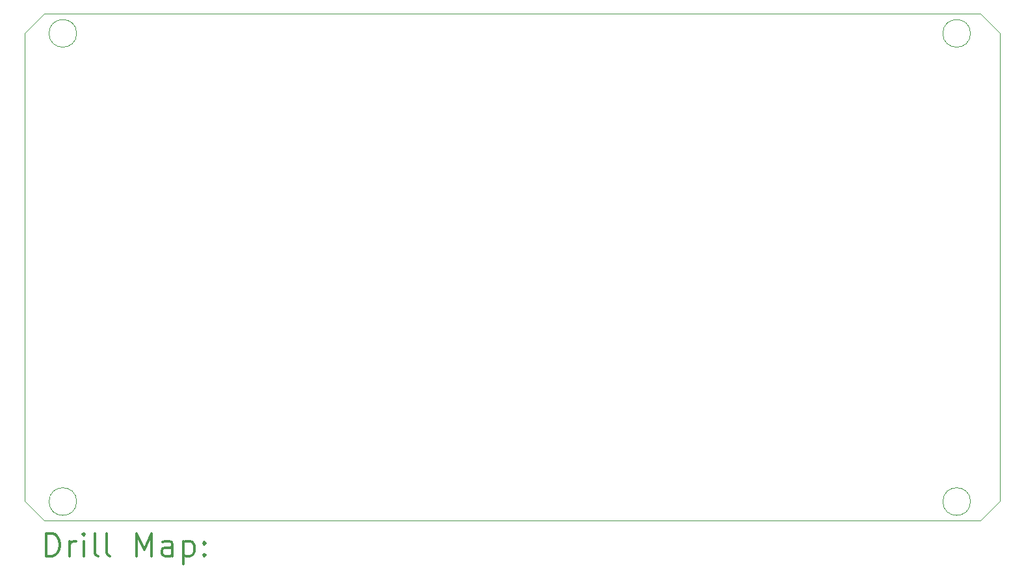
<source format=gbr>
%FSLAX45Y45*%
G04 Gerber Fmt 4.5, Leading zero omitted, Abs format (unit mm)*
G04 Created by KiCad (PCBNEW 5.1.5+dfsg1-2build2) date 2021-12-17 12:35:42*
%MOMM*%
%LPD*%
G04 APERTURE LIST*
%TA.AperFunction,Profile*%
%ADD10C,0.050000*%
%TD*%
%ADD11C,0.200000*%
%ADD12C,0.300000*%
G04 APERTURE END LIST*
D10*
X20828000Y-5842000D02*
X20574000Y-5842000D01*
X21082000Y-6096000D02*
X20828000Y-5842000D01*
X21082000Y-12192000D02*
X21082000Y-6096000D01*
X20828000Y-12446000D02*
X21082000Y-12192000D01*
X20574000Y-12446000D02*
X20828000Y-12446000D01*
X8636000Y-5842000D02*
X9525000Y-5842000D01*
X8382000Y-6096000D02*
X8636000Y-5842000D01*
X8382000Y-12192000D02*
X8382000Y-6096000D01*
X8636000Y-12446000D02*
X8382000Y-12192000D01*
X9525000Y-12446000D02*
X8636000Y-12446000D01*
X9060000Y-6100000D02*
G75*
G03X9060000Y-6100000I-180000J0D01*
G01*
X9060000Y-12200000D02*
G75*
G03X9060000Y-12200000I-180000J0D01*
G01*
X20700000Y-6100000D02*
G75*
G03X20700000Y-6100000I-180000J0D01*
G01*
X20700000Y-12200000D02*
G75*
G03X20700000Y-12200000I-180000J0D01*
G01*
X20574000Y-12446000D02*
X9525000Y-12446000D01*
X9525000Y-5842000D02*
X20574000Y-5842000D01*
D11*
D12*
X8665928Y-12914214D02*
X8665928Y-12614214D01*
X8737357Y-12614214D01*
X8780214Y-12628500D01*
X8808786Y-12657071D01*
X8823071Y-12685643D01*
X8837357Y-12742786D01*
X8837357Y-12785643D01*
X8823071Y-12842786D01*
X8808786Y-12871357D01*
X8780214Y-12899929D01*
X8737357Y-12914214D01*
X8665928Y-12914214D01*
X8965928Y-12914214D02*
X8965928Y-12714214D01*
X8965928Y-12771357D02*
X8980214Y-12742786D01*
X8994500Y-12728500D01*
X9023071Y-12714214D01*
X9051643Y-12714214D01*
X9151643Y-12914214D02*
X9151643Y-12714214D01*
X9151643Y-12614214D02*
X9137357Y-12628500D01*
X9151643Y-12642786D01*
X9165928Y-12628500D01*
X9151643Y-12614214D01*
X9151643Y-12642786D01*
X9337357Y-12914214D02*
X9308786Y-12899929D01*
X9294500Y-12871357D01*
X9294500Y-12614214D01*
X9494500Y-12914214D02*
X9465928Y-12899929D01*
X9451643Y-12871357D01*
X9451643Y-12614214D01*
X9837357Y-12914214D02*
X9837357Y-12614214D01*
X9937357Y-12828500D01*
X10037357Y-12614214D01*
X10037357Y-12914214D01*
X10308786Y-12914214D02*
X10308786Y-12757071D01*
X10294500Y-12728500D01*
X10265928Y-12714214D01*
X10208786Y-12714214D01*
X10180214Y-12728500D01*
X10308786Y-12899929D02*
X10280214Y-12914214D01*
X10208786Y-12914214D01*
X10180214Y-12899929D01*
X10165928Y-12871357D01*
X10165928Y-12842786D01*
X10180214Y-12814214D01*
X10208786Y-12799929D01*
X10280214Y-12799929D01*
X10308786Y-12785643D01*
X10451643Y-12714214D02*
X10451643Y-13014214D01*
X10451643Y-12728500D02*
X10480214Y-12714214D01*
X10537357Y-12714214D01*
X10565928Y-12728500D01*
X10580214Y-12742786D01*
X10594500Y-12771357D01*
X10594500Y-12857071D01*
X10580214Y-12885643D01*
X10565928Y-12899929D01*
X10537357Y-12914214D01*
X10480214Y-12914214D01*
X10451643Y-12899929D01*
X10723071Y-12885643D02*
X10737357Y-12899929D01*
X10723071Y-12914214D01*
X10708786Y-12899929D01*
X10723071Y-12885643D01*
X10723071Y-12914214D01*
X10723071Y-12728500D02*
X10737357Y-12742786D01*
X10723071Y-12757071D01*
X10708786Y-12742786D01*
X10723071Y-12728500D01*
X10723071Y-12757071D01*
M02*

</source>
